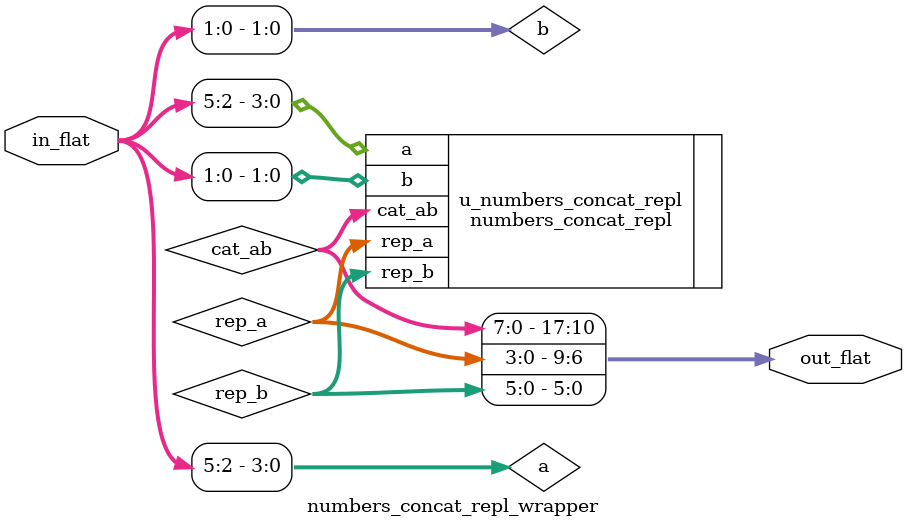
<source format=sv>
module numbers_concat_repl_wrapper (
    input  wire [5:0] in_flat,
    output wire [17:0] out_flat
);

  // Slice `in_flat` into original inputs
  wire [3:0] a = in_flat[5:2];
  wire [1:0] b = in_flat[1:0];

  // Wires to capture original module outputs
  wire [7:0] cat_ab;
  wire [3:0] rep_a;
  wire [5:0] rep_b;

  // Instantiate the original module
  numbers_concat_repl u_numbers_concat_repl (
    .a(a),
    .b(b),
    .cat_ab(cat_ab),
    .rep_a(rep_a),
    .rep_b(rep_b)
  );

  // Pack original outputs into `out_flat`
  assign out_flat[17:10] = cat_ab;
  assign out_flat[9:6] = rep_a;
  assign out_flat[5:0] = rep_b;

endmodule  // numbers_concat_repl_wrapper
</source>
